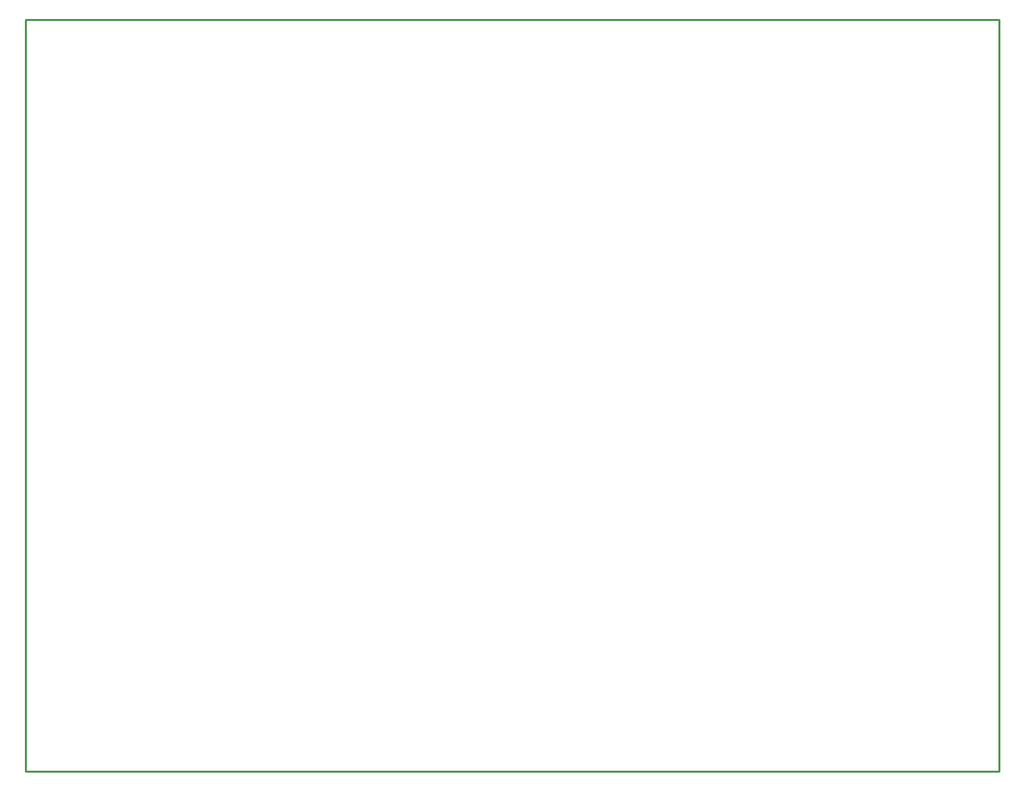
<source format=gko>
G04 Layer: BoardOutlineLayer*
G04 EasyEDA v6.5.47, 2024-11-16 13:31:00*
G04 4b74037932bb4b1ca174142373b6d15f,245894e16db242c49054a459ccc28e09,10*
G04 Gerber Generator version 0.2*
G04 Scale: 100 percent, Rotated: No, Reflected: No *
G04 Dimensions in millimeters *
G04 leading zeros omitted , absolute positions ,4 integer and 5 decimal *
%FSLAX45Y45*%
%MOMM*%

%ADD10C,0.2540*%
D10*
X12573000Y9715500D02*
G01*
X0Y9715500D01*
X0Y0D01*
X12573000Y0D01*
X12573000Y9715500D01*

%LPD*%
M02*

</source>
